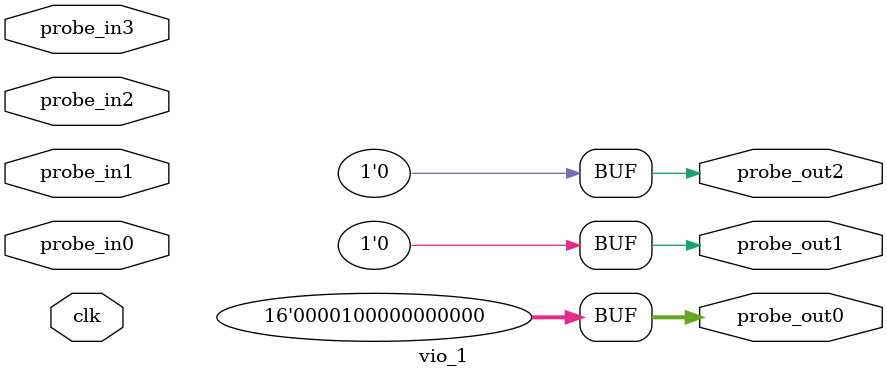
<source format=v>
`timescale 1ns / 1ps
module vio_1 (
clk,
probe_in0,probe_in1,probe_in2,probe_in3,
probe_out0,
probe_out1,
probe_out2
);

input clk;
input [1 : 0] probe_in0;
input [23 : 0] probe_in1;
input [7 : 0] probe_in2;
input [31 : 0] probe_in3;

output reg [15 : 0] probe_out0 = 'h0800 ;
output reg [0 : 0] probe_out1 = 'h0 ;
output reg [0 : 0] probe_out2 = 'h0 ;


endmodule

</source>
